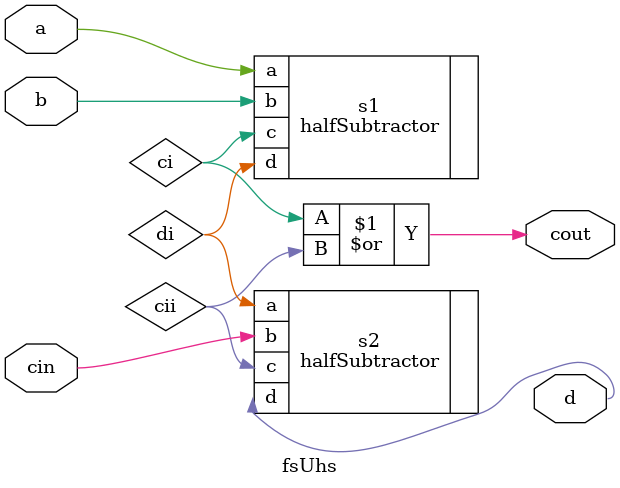
<source format=v>

`include "halfSubtractor.v"

//full subtractor using half subtractor
module fsUhs(a,b,cin,d,cout);

//declare i/o ports
input a,b,cin;
output d,cout;

//declare intermediate wires
wire ci, cii, di;

//instantiate half subtractor
halfSubtractor s1(.a(a),.b(b),.c(ci),.d(di));
halfSubtractor s2(.a(di),.b(cin),.c(cii),.d(d));

//assign final borrow value
assign cout = ci | cii;

//end module
endmodule

</source>
